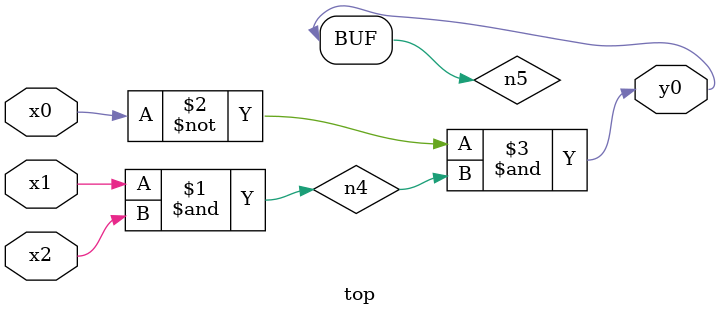
<source format=v>
module top( x0 , x1 , x2 , y0 );
  input x0 , x1 , x2 ;
  output y0 ;
  wire n4 , n5 ;
  assign n4 = x1 & x2 ;
  assign n5 = ~x0 & n4 ;
  assign y0 = n5 ;
endmodule

</source>
